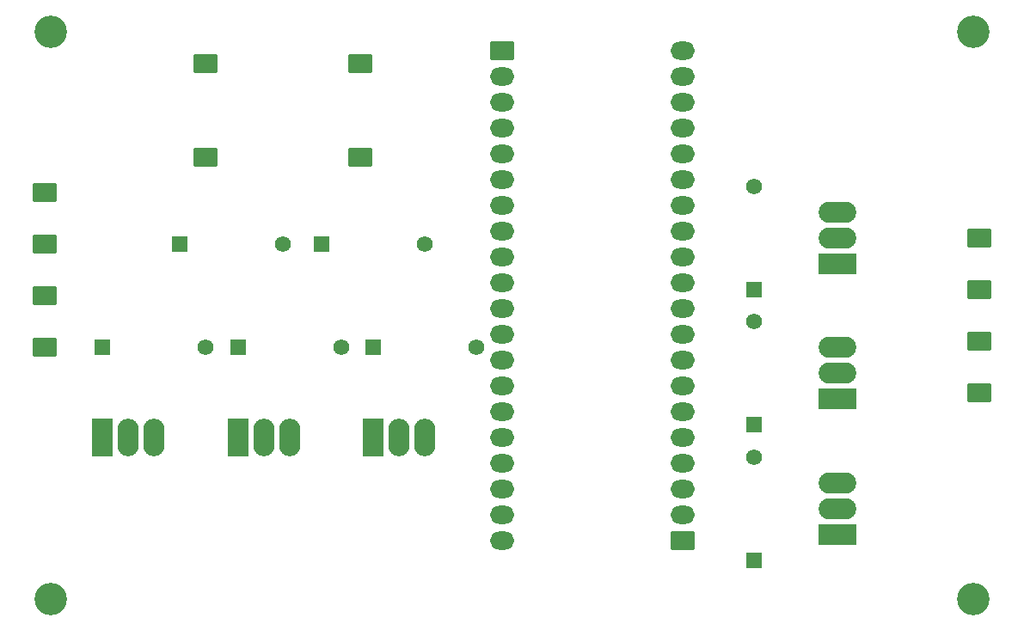
<source format=gbr>
G04 --- HEADER BEGIN --- *
G04 #@! TF.GenerationSoftware,LibrePCB,LibrePCB,1.1.0*
G04 #@! TF.CreationDate,2024-10-06T22:41:27*
G04 #@! TF.ProjectId,phase1,27a80e89-1002-442c-b00c-c9f2b2e6cdd7,v1*
G04 #@! TF.Part,Single*
G04 #@! TF.SameCoordinates*
G04 #@! TF.FileFunction,Soldermask,Bot*
G04 #@! TF.FilePolarity,Negative*
%FSLAX66Y66*%
%MOMM*%
G01*
G75*
G04 --- HEADER END --- *
G04 --- APERTURE LIST BEGIN --- *
%AMROUNDEDRECT10*20,1,1.787,-1.095,0.0,1.095,0.0,0.0*20,1,1.587,-1.195,0.0,1.195,0.0,0.0*1,1,0.2,-1.095,0.7935*1,1,0.2,1.095,0.7935*1,1,0.2,1.095,-0.7935*1,1,0.2,-1.095,-0.7935*%
%ADD10ROUNDEDRECT10*%
%ADD11C,1.56*%
%AMROUNDEDRECT12*20,1,1.56,-0.68,0.0,0.68,0.0,0.0*20,1,1.36,-0.78,0.0,0.78,0.0,0.0*1,1,0.2,-0.68,0.68*1,1,0.2,0.68,0.68*1,1,0.2,0.68,-0.68*1,1,0.2,-0.68,-0.68*%
%ADD12ROUNDEDRECT12*%
%ADD13O,2.39X1.787*%
%ADD14O,3.7X2.1*%
%AMROUNDEDRECT15*20,1,2.1,-1.75,0.0,1.75,0.0,0.0*20,1,1.9,-1.85,0.0,1.85,0.0,0.0*1,1,0.2,-1.75,0.95*1,1,0.2,1.75,0.95*1,1,0.2,1.75,-0.95*1,1,0.2,-1.75,-0.95*%
%ADD15ROUNDEDRECT15*%
%ADD16O,2.1X3.7*%
%AMROUNDEDRECT17*20,1,2.1,-1.75,0.0,1.75,0.0,90.0*20,1,1.9,-1.85,0.0,1.85,0.0,90.0*1,1,0.2,-0.95,-1.75*1,1,0.2,-0.95,1.75*1,1,0.2,0.95,1.75*1,1,0.2,0.95,-1.75*%
%ADD17ROUNDEDRECT17*%
%ADD18C,3.2*%
G04 --- APERTURE LIST END --- *
G04 --- BOARD BEGIN --- *
D10*
G04 #@! TO.C,GND*
X3175000Y43815000D03*
D11*
G04 #@! TO.C,R8*
X19050000Y28575000D03*
D12*
X8890000Y28575000D03*
D10*
G04 #@! TO.C,R/GRN*
X95250000Y39370000D03*
G04 #@! TO.C,LIN_12V*
X3175000Y38735000D03*
D13*
G04 #@! TO.C,PICO_1-20*
X48260000Y17145000D03*
X48260000Y50165000D03*
X48260000Y12065000D03*
X48260000Y9525000D03*
X48260000Y19685000D03*
X48260000Y22225000D03*
X48260000Y24765000D03*
X48260000Y34925000D03*
D10*
X48260000Y57785000D03*
D13*
X48260000Y29845000D03*
X48260000Y42545000D03*
X48260000Y40005000D03*
X48260000Y27305000D03*
X48260000Y14605000D03*
X48260000Y45085000D03*
X48260000Y52705000D03*
X48260000Y55245000D03*
X48260000Y37465000D03*
X48260000Y32385000D03*
X48260000Y47625000D03*
D11*
G04 #@! TO.C,R3*
X73025000Y44450000D03*
D12*
X73025000Y34290000D03*
D11*
G04 #@! TO.C,R5*
X73025000Y17780000D03*
D12*
X73025000Y7620000D03*
D11*
G04 #@! TO.C,R1*
X26670000Y38735000D03*
D12*
X16510000Y38735000D03*
D14*
G04 #@! TO.C,Q4*
X81280000Y41910000D03*
X81280000Y39370000D03*
D15*
X81280000Y36830000D03*
D16*
G04 #@! TO.C,Q1*
X40640000Y19685000D03*
X38100000Y19685000D03*
D17*
X35560000Y19685000D03*
D10*
G04 #@! TO.C,G/WHT*
X95250000Y24130000D03*
D14*
G04 #@! TO.C,Q6*
X81280000Y15240000D03*
X81280000Y12700000D03*
D15*
X81280000Y10160000D03*
D11*
G04 #@! TO.C,R6*
X45720000Y28575000D03*
D12*
X35560000Y28575000D03*
D11*
G04 #@! TO.C,R2*
X40640000Y38735000D03*
D12*
X30480000Y38735000D03*
D10*
G04 #@! TO.C,In+*
X19050000Y47307500D03*
G04 #@! TO.C,T/BRN*
X95250000Y29210000D03*
D16*
G04 #@! TO.C,Q3*
X13970000Y19685000D03*
X11430000Y19685000D03*
D17*
X8890000Y19685000D03*
D11*
G04 #@! TO.C,R4*
X73025000Y31115000D03*
D12*
X73025000Y20955000D03*
D10*
G04 #@! TO.C,L/YLW*
X95250000Y34290000D03*
G04 #@! TO.C,Out-*
X34290000Y56515000D03*
G04 #@! TO.C,12V*
X3175000Y33655000D03*
G04 #@! TO.C,DNC*
X3175000Y28575000D03*
D13*
G04 #@! TO.C,PICO_21-40*
X66040000Y50165000D03*
X66040000Y17145000D03*
X66040000Y55245000D03*
X66040000Y57785000D03*
X66040000Y47625000D03*
X66040000Y45085000D03*
X66040000Y42545000D03*
X66040000Y32385000D03*
D10*
X66040000Y9525000D03*
D13*
X66040000Y37465000D03*
X66040000Y24765000D03*
X66040000Y27305000D03*
X66040000Y40005000D03*
X66040000Y52705000D03*
X66040000Y22225000D03*
X66040000Y14605000D03*
X66040000Y12065000D03*
X66040000Y29845000D03*
X66040000Y34925000D03*
X66040000Y19685000D03*
D16*
G04 #@! TO.C,Q2*
X27305000Y19685000D03*
X24765000Y19685000D03*
D17*
X22225000Y19685000D03*
D11*
G04 #@! TO.C,R7*
X32385000Y28575000D03*
D12*
X22225000Y28575000D03*
D10*
G04 #@! TO.C,Out+*
X34290000Y47307500D03*
G04 #@! TO.C,In-*
X19050000Y56515000D03*
D14*
G04 #@! TO.C,Q5*
X81280000Y28575000D03*
X81280000Y26035000D03*
D15*
X81280000Y23495000D03*
D18*
G04 #@! TD*
X3810000Y59690000D03*
X94615000Y3810000D03*
X3810000Y3810000D03*
X94615000Y59690000D03*
G04 --- BOARD END --- *
G04 #@! TF.MD5,580fcdf721946404889c7cf497a14703*
M02*

</source>
